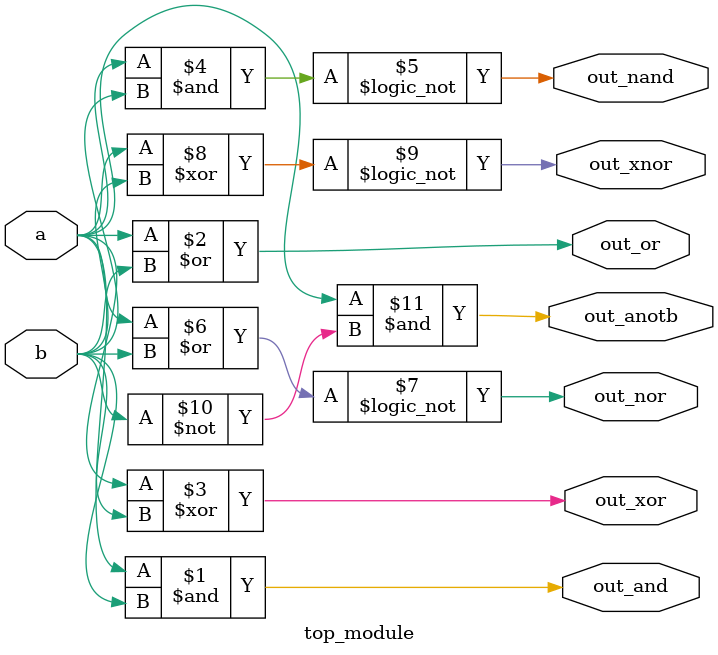
<source format=sv>
module top_module (
	input a,
	input b,
	output out_and,
	output out_or,
	output out_xor,
	output out_nand,
	output out_nor,
	output out_xnor,
	output out_anotb
);

	assign out_and = a & b;
	assign out_or = a | b;
	assign out_xor = a ^ b;
	assign out_nand = !(a & b);
	assign out_nor = !(a | b);
	assign out_xnor = !(a ^ b);
	assign out_anotb = a & ~b;

endmodule

</source>
